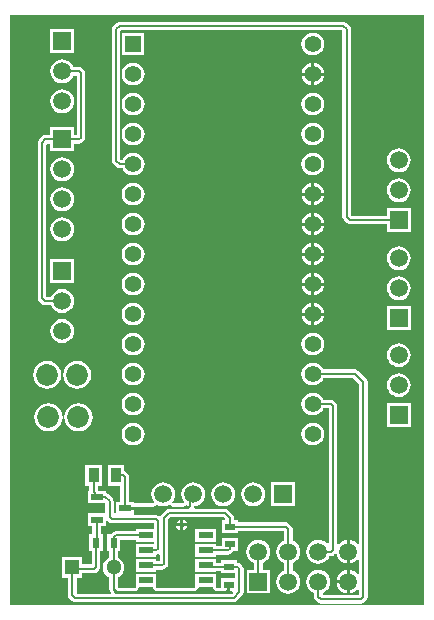
<source format=gbl>
G04 Layer_Physical_Order=2*
G04 Layer_Color=16711680*
%FSLAX44Y44*%
%MOMM*%
G71*
G01*
G75*
%ADD13R,0.6000X0.9000*%
%ADD14R,0.9000X0.6000*%
%ADD15C,0.2000*%
%ADD16C,1.8500*%
%ADD17R,1.2000X1.2000*%
%ADD18C,1.3000*%
%ADD19C,1.4000*%
%ADD20R,1.4000X1.4000*%
%ADD21C,1.5000*%
%ADD22R,1.5000X1.5000*%
%ADD23R,1.5000X1.5000*%
%ADD24C,0.4500*%
%ADD25R,1.1940X0.5590*%
%ADD26R,1.0000X0.5500*%
%ADD27R,0.9000X1.3000*%
G36*
X604000Y754000D02*
Y254000D01*
X254000D01*
X254000Y254000D01*
Y754000D01*
X604000D01*
X604000Y754000D01*
D02*
G37*
%LPC*%
G36*
X358000Y484722D02*
X355510Y484394D01*
X353189Y483433D01*
X351196Y481904D01*
X349667Y479911D01*
X348706Y477590D01*
X348378Y475100D01*
X348706Y472609D01*
X349667Y470289D01*
X351196Y468296D01*
X353189Y466767D01*
X355510Y465806D01*
X358000Y465478D01*
X360490Y465806D01*
X362811Y466767D01*
X364804Y468296D01*
X366333Y470289D01*
X367294Y472609D01*
X367622Y475100D01*
X367294Y477590D01*
X366333Y479911D01*
X364804Y481904D01*
X362811Y483433D01*
X360490Y484394D01*
X358000Y484722D01*
D02*
G37*
G36*
X583000Y475927D02*
X580379Y475582D01*
X577937Y474570D01*
X575839Y472961D01*
X574230Y470863D01*
X573218Y468421D01*
X572873Y465800D01*
X573218Y463179D01*
X574230Y460737D01*
X575839Y458639D01*
X577937Y457030D01*
X580379Y456018D01*
X583000Y455673D01*
X585621Y456018D01*
X588063Y457030D01*
X590161Y458639D01*
X591770Y460737D01*
X592782Y463179D01*
X593127Y465800D01*
X592782Y468421D01*
X591770Y470863D01*
X590161Y472961D01*
X588063Y474570D01*
X585621Y475582D01*
X583000Y475927D01*
D02*
G37*
G36*
X298000Y496327D02*
X295379Y495982D01*
X292937Y494970D01*
X290839Y493361D01*
X289230Y491263D01*
X288218Y488821D01*
X287873Y486200D01*
X288218Y483579D01*
X289230Y481137D01*
X290839Y479039D01*
X292937Y477430D01*
X295379Y476418D01*
X298000Y476073D01*
X300621Y476418D01*
X303063Y477430D01*
X305161Y479039D01*
X306770Y481137D01*
X307782Y483579D01*
X308127Y486200D01*
X307782Y488821D01*
X306770Y491263D01*
X305161Y493361D01*
X303063Y494970D01*
X300621Y495982D01*
X298000Y496327D01*
D02*
G37*
G36*
X510000Y484722D02*
X507510Y484394D01*
X505189Y483433D01*
X503196Y481904D01*
X501667Y479911D01*
X500706Y477590D01*
X500378Y475100D01*
X500706Y472609D01*
X501667Y470289D01*
X503196Y468296D01*
X505189Y466767D01*
X507510Y465806D01*
X510000Y465478D01*
X512490Y465806D01*
X514811Y466767D01*
X516804Y468296D01*
X518333Y470289D01*
X519294Y472609D01*
X519622Y475100D01*
X519294Y477590D01*
X518333Y479911D01*
X516804Y481904D01*
X514811Y483433D01*
X512490Y484394D01*
X510000Y484722D01*
D02*
G37*
G36*
X358000Y459322D02*
X355510Y458994D01*
X353189Y458033D01*
X351196Y456504D01*
X349667Y454511D01*
X348706Y452190D01*
X348378Y449700D01*
X348706Y447210D01*
X349667Y444889D01*
X351196Y442896D01*
X353189Y441367D01*
X355510Y440406D01*
X358000Y440078D01*
X360490Y440406D01*
X362811Y441367D01*
X364804Y442896D01*
X366333Y444889D01*
X367294Y447210D01*
X367622Y449700D01*
X367294Y452190D01*
X366333Y454511D01*
X364804Y456504D01*
X362811Y458033D01*
X360490Y458994D01*
X358000Y459322D01*
D02*
G37*
G36*
X583000Y450527D02*
X580379Y450182D01*
X577937Y449170D01*
X575839Y447561D01*
X574230Y445463D01*
X573218Y443021D01*
X572873Y440400D01*
X573218Y437779D01*
X574230Y435337D01*
X575839Y433239D01*
X577937Y431630D01*
X580379Y430618D01*
X583000Y430273D01*
X585621Y430618D01*
X588063Y431630D01*
X590161Y433239D01*
X591770Y435337D01*
X592782Y437779D01*
X593127Y440400D01*
X592782Y443021D01*
X591770Y445463D01*
X590161Y447561D01*
X588063Y449170D01*
X585621Y450182D01*
X583000Y450527D01*
D02*
G37*
G36*
X358000Y433922D02*
X355510Y433594D01*
X353189Y432633D01*
X351196Y431104D01*
X349667Y429111D01*
X348706Y426790D01*
X348378Y424300D01*
X348706Y421810D01*
X349667Y419489D01*
X351196Y417496D01*
X353189Y415967D01*
X355510Y415005D01*
X358000Y414678D01*
X360490Y415005D01*
X362811Y415967D01*
X364804Y417496D01*
X366333Y419489D01*
X367294Y421810D01*
X367622Y424300D01*
X367294Y426790D01*
X366333Y429111D01*
X364804Y431104D01*
X362811Y432633D01*
X360490Y433594D01*
X358000Y433922D01*
D02*
G37*
G36*
X310700Y460892D02*
X307622Y460486D01*
X304754Y459299D01*
X302291Y457409D01*
X300401Y454946D01*
X299214Y452078D01*
X298808Y449000D01*
X299214Y445922D01*
X300401Y443054D01*
X302291Y440591D01*
X304754Y438702D01*
X307622Y437514D01*
X310700Y437108D01*
X313778Y437514D01*
X316646Y438702D01*
X319109Y440591D01*
X320998Y443054D01*
X322187Y445922D01*
X322592Y449000D01*
X322187Y452078D01*
X320998Y454946D01*
X319109Y457409D01*
X316646Y459299D01*
X313778Y460486D01*
X310700Y460892D01*
D02*
G37*
G36*
X285300D02*
X282222Y460486D01*
X279354Y459299D01*
X276891Y457409D01*
X275002Y454946D01*
X273813Y452078D01*
X273408Y449000D01*
X273813Y445922D01*
X275002Y443054D01*
X276891Y440591D01*
X279354Y438702D01*
X282222Y437514D01*
X285300Y437108D01*
X288378Y437514D01*
X291246Y438702D01*
X293709Y440591D01*
X295599Y443054D01*
X296786Y445922D01*
X297192Y449000D01*
X296786Y452078D01*
X295599Y454946D01*
X293709Y457409D01*
X291246Y459299D01*
X288378Y460486D01*
X285300Y460892D01*
D02*
G37*
G36*
X593040Y507040D02*
X572960D01*
Y486960D01*
X593040D01*
Y507040D01*
D02*
G37*
G36*
X358000Y535522D02*
X355510Y535194D01*
X353189Y534233D01*
X351196Y532704D01*
X349667Y530711D01*
X348706Y528390D01*
X348378Y525900D01*
X348706Y523410D01*
X349667Y521089D01*
X351196Y519096D01*
X353189Y517567D01*
X355510Y516605D01*
X358000Y516278D01*
X360490Y516605D01*
X362811Y517567D01*
X364804Y519096D01*
X366333Y521089D01*
X367294Y523410D01*
X367622Y525900D01*
X367294Y528390D01*
X366333Y530711D01*
X364804Y532704D01*
X362811Y534233D01*
X360490Y535194D01*
X358000Y535522D01*
D02*
G37*
G36*
X583000Y532527D02*
X580379Y532182D01*
X577937Y531170D01*
X575839Y529561D01*
X574230Y527463D01*
X573218Y525021D01*
X572873Y522400D01*
X573218Y519779D01*
X574230Y517337D01*
X575839Y515239D01*
X577937Y513630D01*
X580379Y512618D01*
X583000Y512273D01*
X585621Y512618D01*
X588063Y513630D01*
X590161Y515239D01*
X591770Y517337D01*
X592782Y519779D01*
X593127Y522400D01*
X592782Y525021D01*
X591770Y527463D01*
X590161Y529561D01*
X588063Y531170D01*
X585621Y532182D01*
X583000Y532527D01*
D02*
G37*
G36*
X519455Y524630D02*
X511270D01*
Y516445D01*
X512490Y516605D01*
X514811Y517567D01*
X516804Y519096D01*
X518333Y521089D01*
X519294Y523410D01*
X519455Y524630D01*
D02*
G37*
G36*
X508730D02*
X500545D01*
X500706Y523410D01*
X501667Y521089D01*
X503196Y519096D01*
X505189Y517567D01*
X507510Y516605D01*
X508730Y516445D01*
Y524630D01*
D02*
G37*
G36*
X511270Y509955D02*
Y501770D01*
X519455D01*
X519294Y502990D01*
X518333Y505311D01*
X516804Y507304D01*
X514811Y508833D01*
X512490Y509794D01*
X511270Y509955D01*
D02*
G37*
G36*
X508730Y499230D02*
X500545D01*
X500706Y498009D01*
X501667Y495689D01*
X503196Y493696D01*
X505189Y492167D01*
X507510Y491205D01*
X508730Y491045D01*
Y499230D01*
D02*
G37*
G36*
X358000Y510122D02*
X355510Y509794D01*
X353189Y508833D01*
X351196Y507304D01*
X349667Y505311D01*
X348706Y502990D01*
X348378Y500500D01*
X348706Y498009D01*
X349667Y495689D01*
X351196Y493696D01*
X353189Y492167D01*
X355510Y491205D01*
X358000Y490878D01*
X360490Y491205D01*
X362811Y492167D01*
X364804Y493696D01*
X366333Y495689D01*
X367294Y498009D01*
X367622Y500500D01*
X367294Y502990D01*
X366333Y505311D01*
X364804Y507304D01*
X362811Y508833D01*
X360490Y509794D01*
X358000Y510122D01*
D02*
G37*
G36*
X508730Y509955D02*
X507510Y509794D01*
X505189Y508833D01*
X503196Y507304D01*
X501667Y505311D01*
X500706Y502990D01*
X500545Y501770D01*
X508730D01*
Y509955D01*
D02*
G37*
G36*
X519455Y499230D02*
X511270D01*
Y491045D01*
X512490Y491205D01*
X514811Y492167D01*
X516804Y493696D01*
X518333Y495689D01*
X519294Y498009D01*
X519455Y499230D01*
D02*
G37*
G36*
X593040Y425040D02*
X572960D01*
Y404960D01*
X593040D01*
Y425040D01*
D02*
G37*
G36*
X427780Y318385D02*
X410760D01*
Y307715D01*
X427780D01*
Y318385D01*
D02*
G37*
G36*
X510000Y433922D02*
X507510Y433594D01*
X505189Y432633D01*
X503196Y431104D01*
X501667Y429111D01*
X500706Y426790D01*
X500378Y424300D01*
X500706Y421810D01*
X501667Y419489D01*
X503196Y417496D01*
X505189Y415967D01*
X507510Y415005D01*
X510000Y414678D01*
X512490Y415005D01*
X514811Y415967D01*
X516804Y417496D01*
X518333Y419489D01*
X518831Y420691D01*
X523391D01*
Y306672D01*
X522188Y306264D01*
X521961Y306561D01*
X519863Y308170D01*
X517421Y309182D01*
X514800Y309527D01*
X512179Y309182D01*
X509737Y308170D01*
X507639Y306561D01*
X506030Y304463D01*
X505018Y302021D01*
X504673Y299400D01*
X505018Y296779D01*
X506030Y294337D01*
X507639Y292239D01*
X509737Y290630D01*
X512179Y289618D01*
X514800Y289273D01*
X517421Y289618D01*
X519863Y290630D01*
X521961Y292239D01*
X523570Y294337D01*
X524172Y295791D01*
X525400D01*
X526781Y296065D01*
X527952Y296848D01*
X528992Y297887D01*
X530332Y297432D01*
X530418Y296779D01*
X531430Y294337D01*
X533039Y292239D01*
X535137Y290630D01*
X537579Y289618D01*
X538930Y289441D01*
Y299400D01*
Y309359D01*
X537579Y309182D01*
X535137Y308170D01*
X533039Y306561D01*
X531879Y305049D01*
X530609Y305480D01*
Y423000D01*
X530335Y424381D01*
X529552Y425552D01*
X528252Y426852D01*
X527081Y427635D01*
X525700Y427909D01*
X518831D01*
X518333Y429111D01*
X516804Y431104D01*
X514811Y432633D01*
X512490Y433594D01*
X510000Y433922D01*
D02*
G37*
G36*
X403631Y320730D02*
X400270D01*
Y317369D01*
X400869Y317488D01*
X402453Y318547D01*
X403512Y320131D01*
X403631Y320730D01*
D02*
G37*
G36*
X397730D02*
X394369D01*
X394488Y320131D01*
X395547Y318547D01*
X397131Y317488D01*
X397730Y317369D01*
Y320730D01*
D02*
G37*
G36*
X510000Y459322D02*
X507510Y458994D01*
X505189Y458033D01*
X503196Y456504D01*
X501667Y454511D01*
X500706Y452190D01*
X500378Y449700D01*
X500706Y447210D01*
X501667Y444889D01*
X503196Y442896D01*
X505189Y441367D01*
X507510Y440406D01*
X510000Y440078D01*
X512490Y440406D01*
X514811Y441367D01*
X516804Y442896D01*
X518333Y444889D01*
X518955Y446391D01*
X544505D01*
X549391Y441505D01*
Y306001D01*
X548121Y305570D01*
X547361Y306561D01*
X545263Y308170D01*
X542821Y309182D01*
X541470Y309359D01*
Y299400D01*
Y289441D01*
X542821Y289618D01*
X545263Y290630D01*
X547361Y292239D01*
X548121Y293230D01*
X549391Y292799D01*
Y280601D01*
X548121Y280170D01*
X547361Y281161D01*
X545263Y282770D01*
X542821Y283782D01*
X541470Y283959D01*
Y274000D01*
Y264041D01*
X542821Y264218D01*
X545263Y265230D01*
X547361Y266839D01*
X548121Y267830D01*
X549391Y267399D01*
Y262609D01*
X518495D01*
X518409Y262695D01*
Y264628D01*
X519863Y265230D01*
X521961Y266839D01*
X523570Y268937D01*
X524582Y271379D01*
X524927Y274000D01*
X524582Y276621D01*
X523570Y279063D01*
X521961Y281161D01*
X519863Y282770D01*
X517421Y283782D01*
X514800Y284127D01*
X512179Y283782D01*
X509737Y282770D01*
X507639Y281161D01*
X506030Y279063D01*
X505018Y276621D01*
X504673Y274000D01*
X505018Y271379D01*
X506030Y268937D01*
X507639Y266839D01*
X509737Y265230D01*
X511191Y264628D01*
Y261200D01*
X511465Y259819D01*
X512248Y258648D01*
X514448Y256448D01*
X515619Y255665D01*
X517000Y255391D01*
X551000D01*
X552381Y255665D01*
X553552Y256448D01*
X555552Y258448D01*
X556335Y259619D01*
X556609Y261000D01*
Y443000D01*
X556335Y444381D01*
X555552Y445552D01*
X548552Y452552D01*
X547381Y453335D01*
X546000Y453609D01*
X518707D01*
X518333Y454511D01*
X516804Y456504D01*
X514811Y458033D01*
X512490Y458994D01*
X510000Y459322D01*
D02*
G37*
G36*
X538930Y272730D02*
X530241D01*
X530418Y271379D01*
X531430Y268937D01*
X533039Y266839D01*
X535137Y265230D01*
X537579Y264218D01*
X538930Y264041D01*
Y272730D01*
D02*
G37*
G36*
X464000Y309527D02*
X461379Y309182D01*
X458937Y308170D01*
X456839Y306561D01*
X455230Y304463D01*
X454218Y302021D01*
X453873Y299400D01*
X454218Y296779D01*
X455230Y294337D01*
X456839Y292239D01*
X458937Y290630D01*
X460391Y290028D01*
Y284040D01*
X453960D01*
Y263960D01*
X474040D01*
Y284040D01*
X467609D01*
Y290028D01*
X469063Y290630D01*
X471161Y292239D01*
X472770Y294337D01*
X473782Y296779D01*
X474127Y299400D01*
X473782Y302021D01*
X472770Y304463D01*
X471161Y306561D01*
X469063Y308170D01*
X466621Y309182D01*
X464000Y309527D01*
D02*
G37*
G36*
X447040Y311040D02*
X432960D01*
Y303959D01*
X427780D01*
Y305685D01*
X410760D01*
Y295015D01*
X427780D01*
Y296741D01*
X438350D01*
X439731Y297015D01*
X440902Y297798D01*
X442552Y299448D01*
X442894Y299960D01*
X447040D01*
Y311040D01*
D02*
G37*
G36*
X538930Y283959D02*
X537579Y283782D01*
X535137Y282770D01*
X533039Y281161D01*
X531430Y279063D01*
X530418Y276621D01*
X530241Y275270D01*
X538930D01*
Y283959D01*
D02*
G37*
G36*
X397730Y326631D02*
X397131Y326512D01*
X395547Y325453D01*
X394488Y323869D01*
X394369Y323270D01*
X397730D01*
Y326631D01*
D02*
G37*
G36*
X510000Y408522D02*
X507510Y408194D01*
X505189Y407233D01*
X503196Y405704D01*
X501667Y403711D01*
X500706Y401390D01*
X500378Y398900D01*
X500706Y396409D01*
X501667Y394089D01*
X503196Y392096D01*
X505189Y390567D01*
X507510Y389605D01*
X510000Y389278D01*
X512490Y389605D01*
X514811Y390567D01*
X516804Y392096D01*
X518333Y394089D01*
X519294Y396409D01*
X519622Y398900D01*
X519294Y401390D01*
X518333Y403711D01*
X516804Y405704D01*
X514811Y407233D01*
X512490Y408194D01*
X510000Y408522D01*
D02*
G37*
G36*
X358000D02*
X355510Y408194D01*
X353189Y407233D01*
X351196Y405704D01*
X349667Y403711D01*
X348706Y401390D01*
X348378Y398900D01*
X348706Y396409D01*
X349667Y394089D01*
X351196Y392096D01*
X353189Y390567D01*
X355510Y389605D01*
X358000Y389278D01*
X360490Y389605D01*
X362811Y390567D01*
X364804Y392096D01*
X366333Y394089D01*
X367294Y396409D01*
X367622Y398900D01*
X367294Y401390D01*
X366333Y403711D01*
X364804Y405704D01*
X362811Y407233D01*
X360490Y408194D01*
X358000Y408522D01*
D02*
G37*
G36*
X311700Y424892D02*
X308622Y424487D01*
X305754Y423298D01*
X303291Y421409D01*
X301402Y418946D01*
X300214Y416078D01*
X299808Y413000D01*
X300214Y409922D01*
X301402Y407054D01*
X303291Y404591D01*
X305754Y402701D01*
X308622Y401513D01*
X311700Y401108D01*
X314778Y401513D01*
X317646Y402701D01*
X320109Y404591D01*
X321998Y407054D01*
X323186Y409922D01*
X323592Y413000D01*
X323186Y416078D01*
X321998Y418946D01*
X320109Y421409D01*
X317646Y423298D01*
X314778Y424487D01*
X311700Y424892D01*
D02*
G37*
G36*
X286300D02*
X283222Y424487D01*
X280354Y423298D01*
X277891Y421409D01*
X276001Y418946D01*
X274813Y416078D01*
X274408Y413000D01*
X274813Y409922D01*
X276001Y407054D01*
X277891Y404591D01*
X280354Y402701D01*
X283222Y401513D01*
X286300Y401108D01*
X289378Y401513D01*
X292246Y402701D01*
X294709Y404591D01*
X296598Y407054D01*
X297787Y409922D01*
X298192Y413000D01*
X297787Y416078D01*
X296598Y418946D01*
X294709Y421409D01*
X292246Y423298D01*
X289378Y424487D01*
X286300Y424892D01*
D02*
G37*
G36*
X495040Y358040D02*
X474960D01*
Y337960D01*
X495040D01*
Y358040D01*
D02*
G37*
G36*
X350540Y373040D02*
X336460D01*
Y354960D01*
X347241D01*
Y341290D01*
X343310D01*
Y331955D01*
X342040Y331343D01*
X341609Y331686D01*
Y342000D01*
X341335Y343381D01*
X340552Y344552D01*
X337052Y348052D01*
X335881Y348835D01*
X334690Y349072D01*
Y350790D01*
X328314D01*
X328109Y350995D01*
Y354960D01*
X331540D01*
Y373040D01*
X317460D01*
Y354960D01*
X320891D01*
Y350790D01*
X319610D01*
Y340210D01*
X334391D01*
Y331790D01*
X319610D01*
Y321210D01*
X323541D01*
Y314040D01*
X320960D01*
Y299960D01*
X322891D01*
Y288609D01*
X315040D01*
Y294540D01*
X297960D01*
Y277460D01*
X302891D01*
Y262500D01*
X303165Y261119D01*
X303948Y259948D01*
X306448Y257448D01*
X307619Y256665D01*
X309000Y256391D01*
X443000D01*
X444381Y256665D01*
X445552Y257448D01*
X450552Y262448D01*
X451335Y263619D01*
X451609Y265000D01*
Y285000D01*
X451335Y286381D01*
X450552Y287552D01*
X449052Y289052D01*
X447881Y289835D01*
X446500Y290109D01*
X446040D01*
Y292040D01*
X431960D01*
Y290109D01*
X427780D01*
Y292985D01*
X410760D01*
Y282315D01*
X427780D01*
Y282891D01*
X431960D01*
Y280960D01*
X444391D01*
Y277040D01*
X431960D01*
Y268609D01*
X428673D01*
X428644Y268615D01*
X428421D01*
X428302Y268803D01*
X428282Y268825D01*
X427798Y269586D01*
X427786Y269617D01*
X427780Y269650D01*
Y280285D01*
X410760D01*
Y269650D01*
X410754Y269617D01*
X410742Y269586D01*
X410258Y268825D01*
X410238Y268803D01*
X410119Y268615D01*
X409896D01*
X409867Y268609D01*
X378133D01*
X378104Y268615D01*
X377881D01*
X377762Y268803D01*
X377742Y268825D01*
X377258Y269586D01*
X377246Y269617D01*
X377240Y269650D01*
Y280285D01*
X360220D01*
Y269650D01*
X360214Y269617D01*
X360201Y269586D01*
X359719Y268825D01*
X359698Y268803D01*
X359579Y268615D01*
X359356D01*
X359327Y268609D01*
X345750D01*
X345514Y268656D01*
X345315Y268790D01*
X345290Y268815D01*
X345156Y269014D01*
X345109Y269250D01*
Y277710D01*
X346059Y278104D01*
X347947Y279553D01*
X349396Y281441D01*
X350307Y283640D01*
X350618Y286000D01*
X350307Y288360D01*
X349396Y290559D01*
X347947Y292447D01*
X346059Y293896D01*
X345109Y294290D01*
Y299960D01*
X347040D01*
Y309441D01*
X360220D01*
Y307715D01*
X375391D01*
Y305685D01*
X360220D01*
Y295015D01*
X377240D01*
Y296741D01*
X377350D01*
X378731Y297015D01*
X379121Y297276D01*
X380391Y296597D01*
Y291259D01*
X377240D01*
Y292985D01*
X360220D01*
Y282315D01*
X377240D01*
Y284041D01*
X382650D01*
X384031Y284315D01*
X385202Y285098D01*
X386552Y286448D01*
X387335Y287619D01*
X387609Y289000D01*
Y326505D01*
X389495Y328391D01*
X434505D01*
X435586Y327310D01*
X435060Y326040D01*
X432960D01*
Y314960D01*
X447040D01*
Y316891D01*
X485791D01*
Y308772D01*
X484337Y308170D01*
X482239Y306561D01*
X480630Y304463D01*
X479618Y302021D01*
X479273Y299400D01*
X479618Y296779D01*
X480630Y294337D01*
X482239Y292239D01*
X484337Y290630D01*
X485791Y290028D01*
Y283372D01*
X484337Y282770D01*
X482239Y281161D01*
X480630Y279063D01*
X479618Y276621D01*
X479273Y274000D01*
X479618Y271379D01*
X480630Y268937D01*
X482239Y266839D01*
X484337Y265230D01*
X486779Y264218D01*
X489400Y263873D01*
X492021Y264218D01*
X494463Y265230D01*
X496561Y266839D01*
X498170Y268937D01*
X499182Y271379D01*
X499527Y274000D01*
X499182Y276621D01*
X498170Y279063D01*
X496561Y281161D01*
X494463Y282770D01*
X493009Y283372D01*
Y290028D01*
X494463Y290630D01*
X496561Y292239D01*
X498170Y294337D01*
X499182Y296779D01*
X499527Y299400D01*
X499182Y302021D01*
X498170Y304463D01*
X496561Y306561D01*
X494463Y308170D01*
X493009Y308772D01*
Y318600D01*
X492735Y319981D01*
X491952Y321152D01*
X490052Y323052D01*
X488881Y323835D01*
X487500Y324109D01*
X447040D01*
Y326040D01*
X443609D01*
Y328000D01*
X443335Y329381D01*
X442552Y330552D01*
X438552Y334552D01*
X437381Y335335D01*
X436000Y335609D01*
X410071D01*
X409422Y336814D01*
X409854Y338012D01*
X411421Y338218D01*
X413863Y339230D01*
X415961Y340839D01*
X417570Y342937D01*
X418582Y345379D01*
X418927Y348000D01*
X418582Y350621D01*
X417570Y353063D01*
X415961Y355161D01*
X413863Y356770D01*
X411421Y357782D01*
X408800Y358127D01*
X406179Y357782D01*
X403737Y356770D01*
X401639Y355161D01*
X400030Y353063D01*
X399018Y350621D01*
X398673Y348000D01*
X399018Y345379D01*
X400030Y342937D01*
X400753Y341994D01*
X400891Y341313D01*
X400858Y341223D01*
X400712Y340936D01*
X400006Y340149D01*
X391887D01*
X391723Y340182D01*
X391644D01*
X391585Y340234D01*
X391146Y340852D01*
X391057Y341487D01*
X392170Y342937D01*
X393182Y345379D01*
X393527Y348000D01*
X393182Y350621D01*
X392170Y353063D01*
X390561Y355161D01*
X388463Y356770D01*
X386021Y357782D01*
X383400Y358127D01*
X380779Y357782D01*
X378337Y356770D01*
X376239Y355161D01*
X374630Y353063D01*
X373618Y350621D01*
X373273Y348000D01*
X373618Y345379D01*
X374630Y342937D01*
X375742Y341488D01*
X375653Y340851D01*
X375215Y340234D01*
X375156Y340182D01*
X375077D01*
X374913Y340149D01*
X358390D01*
Y341290D01*
X354459D01*
Y362150D01*
X354185Y363531D01*
X353402Y364702D01*
X351552Y366552D01*
X350540Y367229D01*
Y373040D01*
D02*
G37*
G36*
X400270Y326631D02*
Y323270D01*
X403631D01*
X403512Y323869D01*
X402453Y325453D01*
X400869Y326512D01*
X400270Y326631D01*
D02*
G37*
G36*
X459600Y358127D02*
X456979Y357782D01*
X454537Y356770D01*
X452439Y355161D01*
X450830Y353063D01*
X449818Y350621D01*
X449473Y348000D01*
X449818Y345379D01*
X450830Y342937D01*
X452439Y340839D01*
X454537Y339230D01*
X456979Y338218D01*
X459600Y337873D01*
X462221Y338218D01*
X464663Y339230D01*
X466761Y340839D01*
X468370Y342937D01*
X469382Y345379D01*
X469727Y348000D01*
X469382Y350621D01*
X468370Y353063D01*
X466761Y355161D01*
X464663Y356770D01*
X462221Y357782D01*
X459600Y358127D01*
D02*
G37*
G36*
X434200D02*
X431579Y357782D01*
X429137Y356770D01*
X427039Y355161D01*
X425430Y353063D01*
X424418Y350621D01*
X424073Y348000D01*
X424418Y345379D01*
X425430Y342937D01*
X427039Y340839D01*
X429137Y339230D01*
X431579Y338218D01*
X434200Y337873D01*
X436821Y338218D01*
X439263Y339230D01*
X441361Y340839D01*
X442970Y342937D01*
X443982Y345379D01*
X444327Y348000D01*
X443982Y350621D01*
X442970Y353063D01*
X441361Y355161D01*
X439263Y356770D01*
X436821Y357782D01*
X434200Y358127D01*
D02*
G37*
G36*
X358000Y662522D02*
X355510Y662194D01*
X353189Y661233D01*
X351196Y659704D01*
X349667Y657711D01*
X348706Y655390D01*
X348378Y652900D01*
X348706Y650409D01*
X349667Y648089D01*
X351196Y646096D01*
X353189Y644567D01*
X355510Y643605D01*
X358000Y643278D01*
X360490Y643605D01*
X362811Y644567D01*
X364804Y646096D01*
X366333Y648089D01*
X367294Y650409D01*
X367622Y652900D01*
X367294Y655390D01*
X366333Y657711D01*
X364804Y659704D01*
X362811Y661233D01*
X360490Y662194D01*
X358000Y662522D01*
D02*
G37*
G36*
X583000Y640927D02*
X580379Y640582D01*
X577937Y639570D01*
X575839Y637961D01*
X574230Y635863D01*
X573218Y633421D01*
X572873Y630800D01*
X573218Y628179D01*
X574230Y625737D01*
X575839Y623639D01*
X577937Y622030D01*
X580379Y621018D01*
X583000Y620673D01*
X585621Y621018D01*
X588063Y622030D01*
X590161Y623639D01*
X591770Y625737D01*
X592782Y628179D01*
X593127Y630800D01*
X592782Y633421D01*
X591770Y635863D01*
X590161Y637961D01*
X588063Y639570D01*
X585621Y640582D01*
X583000Y640927D01*
D02*
G37*
G36*
X510000Y662522D02*
X507510Y662194D01*
X505189Y661233D01*
X503196Y659704D01*
X501667Y657711D01*
X500706Y655390D01*
X500378Y652900D01*
X500706Y650409D01*
X501667Y648089D01*
X503196Y646096D01*
X505189Y644567D01*
X507510Y643605D01*
X510000Y643278D01*
X512490Y643605D01*
X514811Y644567D01*
X516804Y646096D01*
X518333Y648089D01*
X519294Y650409D01*
X519622Y652900D01*
X519294Y655390D01*
X518333Y657711D01*
X516804Y659704D01*
X514811Y661233D01*
X512490Y662194D01*
X510000Y662522D01*
D02*
G37*
G36*
X358000Y687922D02*
X355510Y687594D01*
X353189Y686633D01*
X351196Y685104D01*
X349667Y683111D01*
X348706Y680790D01*
X348378Y678300D01*
X348706Y675809D01*
X349667Y673489D01*
X351196Y671496D01*
X353189Y669967D01*
X355510Y669006D01*
X358000Y668678D01*
X360490Y669006D01*
X362811Y669967D01*
X364804Y671496D01*
X366333Y673489D01*
X367294Y675809D01*
X367622Y678300D01*
X367294Y680790D01*
X366333Y683111D01*
X364804Y685104D01*
X362811Y686633D01*
X360490Y687594D01*
X358000Y687922D01*
D02*
G37*
G36*
X298000Y716227D02*
X295379Y715882D01*
X292937Y714870D01*
X290839Y713261D01*
X289230Y711163D01*
X288218Y708721D01*
X287873Y706100D01*
X288218Y703479D01*
X289230Y701037D01*
X290839Y698939D01*
X292937Y697330D01*
X295379Y696318D01*
X298000Y695973D01*
X300621Y696318D01*
X303063Y697330D01*
X305161Y698939D01*
X306770Y701037D01*
X307372Y702491D01*
X310141D01*
Y652109D01*
X308040D01*
Y658540D01*
X287960D01*
Y652109D01*
X283750D01*
X282369Y651835D01*
X281198Y651052D01*
X278198Y648052D01*
X277415Y646881D01*
X277141Y645500D01*
Y514000D01*
X277415Y512619D01*
X278198Y511448D01*
X280598Y509048D01*
X281769Y508265D01*
X283150Y507991D01*
X288628D01*
X289230Y506537D01*
X290839Y504439D01*
X292937Y502830D01*
X295379Y501818D01*
X298000Y501473D01*
X300621Y501818D01*
X303063Y502830D01*
X305161Y504439D01*
X306770Y506537D01*
X307782Y508979D01*
X308127Y511600D01*
X307782Y514221D01*
X306770Y516663D01*
X305161Y518761D01*
X303063Y520370D01*
X300621Y521382D01*
X298000Y521727D01*
X295379Y521382D01*
X292937Y520370D01*
X290839Y518761D01*
X289230Y516663D01*
X288628Y515209D01*
X284645D01*
X284359Y515495D01*
Y644005D01*
X285245Y644891D01*
X287960D01*
Y638460D01*
X308040D01*
Y644891D01*
X312250D01*
X313631Y645165D01*
X314802Y645948D01*
X316302Y647448D01*
X317085Y648619D01*
X317359Y650000D01*
Y704250D01*
X317085Y705631D01*
X316302Y706802D01*
X314452Y708652D01*
X313281Y709435D01*
X311900Y709709D01*
X307372D01*
X306770Y711163D01*
X305161Y713261D01*
X303063Y714870D01*
X300621Y715882D01*
X298000Y716227D01*
D02*
G37*
G36*
X508730Y611555D02*
X507510Y611394D01*
X505189Y610433D01*
X503196Y608904D01*
X501667Y606911D01*
X500706Y604590D01*
X500545Y603370D01*
X508730D01*
Y611555D01*
D02*
G37*
G36*
X583000Y615527D02*
X580379Y615182D01*
X577937Y614170D01*
X575839Y612561D01*
X574230Y610463D01*
X573218Y608021D01*
X572873Y605400D01*
X573218Y602779D01*
X574230Y600337D01*
X575839Y598239D01*
X577937Y596630D01*
X580379Y595618D01*
X583000Y595273D01*
X585621Y595618D01*
X588063Y596630D01*
X590161Y598239D01*
X591770Y600337D01*
X592782Y602779D01*
X593127Y605400D01*
X592782Y608021D01*
X591770Y610463D01*
X590161Y612561D01*
X588063Y614170D01*
X585621Y615182D01*
X583000Y615527D01*
D02*
G37*
G36*
X511270Y611555D02*
Y603370D01*
X519455D01*
X519294Y604590D01*
X518333Y606911D01*
X516804Y608904D01*
X514811Y610433D01*
X512490Y611394D01*
X511270Y611555D01*
D02*
G37*
G36*
X510000Y637122D02*
X507510Y636794D01*
X505189Y635833D01*
X503196Y634304D01*
X501667Y632311D01*
X500706Y629990D01*
X500378Y627500D01*
X500706Y625009D01*
X501667Y622689D01*
X503196Y620696D01*
X505189Y619167D01*
X507510Y618205D01*
X510000Y617878D01*
X512490Y618205D01*
X514811Y619167D01*
X516804Y620696D01*
X518333Y622689D01*
X519294Y625009D01*
X519622Y627500D01*
X519294Y629990D01*
X518333Y632311D01*
X516804Y634304D01*
X514811Y635833D01*
X512490Y636794D01*
X510000Y637122D01*
D02*
G37*
G36*
X298000Y633227D02*
X295379Y632882D01*
X292937Y631870D01*
X290839Y630261D01*
X289230Y628163D01*
X288218Y625721D01*
X287873Y623100D01*
X288218Y620479D01*
X289230Y618037D01*
X290839Y615939D01*
X292937Y614330D01*
X295379Y613318D01*
X298000Y612973D01*
X300621Y613318D01*
X303063Y614330D01*
X305161Y615939D01*
X306770Y618037D01*
X307782Y620479D01*
X308127Y623100D01*
X307782Y625721D01*
X306770Y628163D01*
X305161Y630261D01*
X303063Y631870D01*
X300621Y632882D01*
X298000Y633227D01*
D02*
G37*
G36*
X511270Y713155D02*
Y704970D01*
X519455D01*
X519294Y706190D01*
X518333Y708511D01*
X516804Y710504D01*
X514811Y712033D01*
X512490Y712994D01*
X511270Y713155D01*
D02*
G37*
G36*
X508730D02*
X507510Y712994D01*
X505189Y712033D01*
X503196Y710504D01*
X501667Y708511D01*
X500706Y706190D01*
X500545Y704970D01*
X508730D01*
Y713155D01*
D02*
G37*
G36*
X510000Y738722D02*
X507510Y738394D01*
X505189Y737433D01*
X503196Y735904D01*
X501667Y733911D01*
X500706Y731590D01*
X500378Y729100D01*
X500706Y726609D01*
X501667Y724289D01*
X503196Y722296D01*
X505189Y720767D01*
X507510Y719806D01*
X510000Y719478D01*
X512490Y719806D01*
X514811Y720767D01*
X516804Y722296D01*
X518333Y724289D01*
X519294Y726609D01*
X519622Y729100D01*
X519294Y731590D01*
X518333Y733911D01*
X516804Y735904D01*
X514811Y737433D01*
X512490Y738394D01*
X510000Y738722D01*
D02*
G37*
G36*
X308040Y741540D02*
X287960D01*
Y721460D01*
X308040D01*
Y741540D01*
D02*
G37*
G36*
X367540Y738640D02*
X348460D01*
Y719560D01*
X367540D01*
Y738640D01*
D02*
G37*
G36*
X298000Y690827D02*
X295379Y690482D01*
X292937Y689470D01*
X290839Y687861D01*
X289230Y685763D01*
X288218Y683321D01*
X287873Y680700D01*
X288218Y678079D01*
X289230Y675637D01*
X290839Y673539D01*
X292937Y671930D01*
X295379Y670918D01*
X298000Y670573D01*
X300621Y670918D01*
X303063Y671930D01*
X305161Y673539D01*
X306770Y675637D01*
X307782Y678079D01*
X308127Y680700D01*
X307782Y683321D01*
X306770Y685763D01*
X305161Y687861D01*
X303063Y689470D01*
X300621Y690482D01*
X298000Y690827D01*
D02*
G37*
G36*
X510000Y687922D02*
X507510Y687594D01*
X505189Y686633D01*
X503196Y685104D01*
X501667Y683111D01*
X500706Y680790D01*
X500378Y678300D01*
X500706Y675809D01*
X501667Y673489D01*
X503196Y671496D01*
X505189Y669967D01*
X507510Y669006D01*
X510000Y668678D01*
X512490Y669006D01*
X514811Y669967D01*
X516804Y671496D01*
X518333Y673489D01*
X519294Y675809D01*
X519622Y678300D01*
X519294Y680790D01*
X518333Y683111D01*
X516804Y685104D01*
X514811Y686633D01*
X512490Y687594D01*
X510000Y687922D01*
D02*
G37*
G36*
X358000Y713322D02*
X355510Y712994D01*
X353189Y712033D01*
X351196Y710504D01*
X349667Y708511D01*
X348706Y706190D01*
X348378Y703700D01*
X348706Y701209D01*
X349667Y698889D01*
X351196Y696896D01*
X353189Y695367D01*
X355510Y694406D01*
X358000Y694078D01*
X360490Y694406D01*
X362811Y695367D01*
X364804Y696896D01*
X366333Y698889D01*
X367294Y701209D01*
X367622Y703700D01*
X367294Y706190D01*
X366333Y708511D01*
X364804Y710504D01*
X362811Y712033D01*
X360490Y712994D01*
X358000Y713322D01*
D02*
G37*
G36*
X519455Y702430D02*
X511270D01*
Y694245D01*
X512490Y694406D01*
X514811Y695367D01*
X516804Y696896D01*
X518333Y698889D01*
X519294Y701209D01*
X519455Y702430D01*
D02*
G37*
G36*
X508730D02*
X500545D01*
X500706Y701209D01*
X501667Y698889D01*
X503196Y696896D01*
X505189Y695367D01*
X507510Y694406D01*
X508730Y694245D01*
Y702430D01*
D02*
G37*
G36*
X519455Y550030D02*
X511270D01*
Y541845D01*
X512490Y542006D01*
X514811Y542967D01*
X516804Y544496D01*
X518333Y546489D01*
X519294Y548810D01*
X519455Y550030D01*
D02*
G37*
G36*
X508730D02*
X500545D01*
X500706Y548810D01*
X501667Y546489D01*
X503196Y544496D01*
X505189Y542967D01*
X507510Y542006D01*
X508730Y541845D01*
Y550030D01*
D02*
G37*
G36*
Y560755D02*
X507510Y560594D01*
X505189Y559633D01*
X503196Y558104D01*
X501667Y556111D01*
X500706Y553790D01*
X500545Y552570D01*
X508730D01*
Y560755D01*
D02*
G37*
G36*
X298000Y582427D02*
X295379Y582082D01*
X292937Y581070D01*
X290839Y579461D01*
X289230Y577363D01*
X288218Y574921D01*
X287873Y572300D01*
X288218Y569679D01*
X289230Y567237D01*
X290839Y565139D01*
X292937Y563530D01*
X295379Y562518D01*
X298000Y562173D01*
X300621Y562518D01*
X303063Y563530D01*
X305161Y565139D01*
X306770Y567237D01*
X307782Y569679D01*
X308127Y572300D01*
X307782Y574921D01*
X306770Y577363D01*
X305161Y579461D01*
X303063Y581070D01*
X300621Y582082D01*
X298000Y582427D01*
D02*
G37*
G36*
X511270Y560755D02*
Y552570D01*
X519455D01*
X519294Y553790D01*
X518333Y556111D01*
X516804Y558104D01*
X514811Y559633D01*
X512490Y560594D01*
X511270Y560755D01*
D02*
G37*
G36*
X508730Y535355D02*
X507510Y535194D01*
X505189Y534233D01*
X503196Y532704D01*
X501667Y530711D01*
X500706Y528390D01*
X500545Y527170D01*
X508730D01*
Y535355D01*
D02*
G37*
G36*
X308040Y547040D02*
X287960D01*
Y526960D01*
X308040D01*
Y547040D01*
D02*
G37*
G36*
X511270Y535355D02*
Y527170D01*
X519455D01*
X519294Y528390D01*
X518333Y530711D01*
X516804Y532704D01*
X514811Y534233D01*
X512490Y535194D01*
X511270Y535355D01*
D02*
G37*
G36*
X358000Y560922D02*
X355510Y560594D01*
X353189Y559633D01*
X351196Y558104D01*
X349667Y556111D01*
X348706Y553790D01*
X348378Y551300D01*
X348706Y548810D01*
X349667Y546489D01*
X351196Y544496D01*
X353189Y542967D01*
X355510Y542006D01*
X358000Y541678D01*
X360490Y542006D01*
X362811Y542967D01*
X364804Y544496D01*
X366333Y546489D01*
X367294Y548810D01*
X367622Y551300D01*
X367294Y553790D01*
X366333Y556111D01*
X364804Y558104D01*
X362811Y559633D01*
X360490Y560594D01*
X358000Y560922D01*
D02*
G37*
G36*
X583000Y557927D02*
X580379Y557582D01*
X577937Y556570D01*
X575839Y554961D01*
X574230Y552863D01*
X573218Y550421D01*
X572873Y547800D01*
X573218Y545179D01*
X574230Y542737D01*
X575839Y540639D01*
X577937Y539030D01*
X580379Y538018D01*
X583000Y537673D01*
X585621Y538018D01*
X588063Y539030D01*
X590161Y540639D01*
X591770Y542737D01*
X592782Y545179D01*
X593127Y547800D01*
X592782Y550421D01*
X591770Y552863D01*
X590161Y554961D01*
X588063Y556570D01*
X585621Y557582D01*
X583000Y557927D01*
D02*
G37*
G36*
X358000Y586322D02*
X355510Y585994D01*
X353189Y585033D01*
X351196Y583504D01*
X349667Y581511D01*
X348706Y579190D01*
X348378Y576700D01*
X348706Y574210D01*
X349667Y571889D01*
X351196Y569896D01*
X353189Y568367D01*
X355510Y567406D01*
X358000Y567078D01*
X360490Y567406D01*
X362811Y568367D01*
X364804Y569896D01*
X366333Y571889D01*
X367294Y574210D01*
X367622Y576700D01*
X367294Y579190D01*
X366333Y581511D01*
X364804Y583504D01*
X362811Y585033D01*
X360490Y585994D01*
X358000Y586322D01*
D02*
G37*
G36*
X298000Y607827D02*
X295379Y607482D01*
X292937Y606470D01*
X290839Y604861D01*
X289230Y602763D01*
X288218Y600321D01*
X287873Y597700D01*
X288218Y595079D01*
X289230Y592637D01*
X290839Y590539D01*
X292937Y588930D01*
X295379Y587918D01*
X298000Y587573D01*
X300621Y587918D01*
X303063Y588930D01*
X305161Y590539D01*
X306770Y592637D01*
X307782Y595079D01*
X308127Y597700D01*
X307782Y600321D01*
X306770Y602763D01*
X305161Y604861D01*
X303063Y606470D01*
X300621Y607482D01*
X298000Y607827D01*
D02*
G37*
G36*
X511270Y586155D02*
Y577970D01*
X519455D01*
X519294Y579190D01*
X518333Y581511D01*
X516804Y583504D01*
X514811Y585033D01*
X512490Y585994D01*
X511270Y586155D01*
D02*
G37*
G36*
X358000Y611722D02*
X355510Y611394D01*
X353189Y610433D01*
X351196Y608904D01*
X349667Y606911D01*
X348706Y604590D01*
X348378Y602100D01*
X348706Y599609D01*
X349667Y597289D01*
X351196Y595296D01*
X353189Y593767D01*
X355510Y592805D01*
X358000Y592478D01*
X360490Y592805D01*
X362811Y593767D01*
X364804Y595296D01*
X366333Y597289D01*
X367294Y599609D01*
X367622Y602100D01*
X367294Y604590D01*
X366333Y606911D01*
X364804Y608904D01*
X362811Y610433D01*
X360490Y611394D01*
X358000Y611722D01*
D02*
G37*
G36*
X519455Y600830D02*
X511270D01*
Y592645D01*
X512490Y592805D01*
X514811Y593767D01*
X516804Y595296D01*
X518333Y597289D01*
X519294Y599609D01*
X519455Y600830D01*
D02*
G37*
G36*
X508730D02*
X500545D01*
X500706Y599609D01*
X501667Y597289D01*
X503196Y595296D01*
X505189Y593767D01*
X507510Y592805D01*
X508730Y592645D01*
Y600830D01*
D02*
G37*
G36*
X519455Y575430D02*
X511270D01*
Y567245D01*
X512490Y567406D01*
X514811Y568367D01*
X516804Y569896D01*
X518333Y571889D01*
X519294Y574210D01*
X519455Y575430D01*
D02*
G37*
G36*
X508730D02*
X500545D01*
X500706Y574210D01*
X501667Y571889D01*
X503196Y569896D01*
X505189Y568367D01*
X507510Y567406D01*
X508730Y567245D01*
Y575430D01*
D02*
G37*
G36*
X536000Y748109D02*
X346500D01*
X345119Y747835D01*
X343948Y747052D01*
X340948Y744052D01*
X340165Y742881D01*
X339891Y741500D01*
Y630500D01*
X340165Y629119D01*
X340948Y627948D01*
X343948Y624948D01*
X345119Y624165D01*
X346500Y623891D01*
X349169D01*
X349667Y622689D01*
X351196Y620696D01*
X353189Y619167D01*
X355510Y618205D01*
X358000Y617878D01*
X360490Y618205D01*
X362811Y619167D01*
X364804Y620696D01*
X366333Y622689D01*
X367294Y625009D01*
X367622Y627500D01*
X367294Y629990D01*
X366333Y632311D01*
X364804Y634304D01*
X362811Y635833D01*
X360490Y636794D01*
X358000Y637122D01*
X355510Y636794D01*
X353189Y635833D01*
X351196Y634304D01*
X349667Y632311D01*
X349169Y631109D01*
X347995D01*
X347109Y631995D01*
Y740005D01*
X347995Y740891D01*
X534505D01*
X535141Y740255D01*
Y583000D01*
X535415Y581619D01*
X536198Y580448D01*
X539198Y577448D01*
X540369Y576665D01*
X541750Y576391D01*
X572960D01*
Y569960D01*
X593040D01*
Y590040D01*
X572960D01*
Y583609D01*
X543245D01*
X542359Y584495D01*
Y741750D01*
X542085Y743131D01*
X541302Y744302D01*
X538552Y747052D01*
X537381Y747835D01*
X536000Y748109D01*
D02*
G37*
G36*
X508730Y586155D02*
X507510Y585994D01*
X505189Y585033D01*
X503196Y583504D01*
X501667Y581511D01*
X500706Y579190D01*
X500545Y577970D01*
X508730D01*
Y586155D01*
D02*
G37*
%LPD*%
G36*
X337448Y324448D02*
X338619Y323665D01*
X340000Y323391D01*
X375391D01*
Y318385D01*
X360220D01*
Y316659D01*
X343050D01*
X341669Y316385D01*
X340498Y315602D01*
X338948Y314052D01*
X338940Y314040D01*
X335960D01*
Y299960D01*
X337891D01*
Y294290D01*
X336941Y293896D01*
X335053Y292447D01*
X333604Y290559D01*
X332693Y288360D01*
X332382Y286000D01*
X332693Y283640D01*
X333604Y281441D01*
X335053Y279553D01*
X336941Y278104D01*
X337891Y277710D01*
Y267500D01*
X338165Y266119D01*
X338948Y264948D01*
X338956Y264928D01*
X338988Y264879D01*
X338910Y264556D01*
X338310Y263759D01*
X338065Y263609D01*
X310495D01*
X310109Y263995D01*
Y277460D01*
X315040D01*
Y281391D01*
X325000D01*
X326381Y281665D01*
X327552Y282448D01*
X329052Y283948D01*
X329835Y285119D01*
X330109Y286500D01*
Y299960D01*
X332040D01*
Y314040D01*
X330759D01*
Y321210D01*
X334690D01*
Y325410D01*
X335960Y325936D01*
X337448Y324448D01*
D02*
G37*
G36*
X440270Y265960D02*
X442060D01*
X442586Y264690D01*
X441505Y263609D01*
X342764D01*
X342205Y264028D01*
X341703Y264783D01*
X341506Y265774D01*
X341109Y266367D01*
X341101Y266387D01*
X340605Y267129D01*
X340500Y267657D01*
Y269500D01*
X340750Y269750D01*
X342520D01*
Y268995D01*
X342717Y268004D01*
X343278Y267164D01*
X343664Y266778D01*
X344504Y266217D01*
X345495Y266020D01*
X359582D01*
X359862Y266075D01*
X360147Y266082D01*
X360353Y266173D01*
X360573Y266217D01*
X360810Y266375D01*
X361071Y266491D01*
X361226Y266653D01*
X361413Y266778D01*
X361572Y267015D01*
X361768Y267222D01*
X362407Y268227D01*
X362488Y268437D01*
X362612Y268624D01*
X362668Y268904D01*
X362771Y269170D01*
X363951Y269615D01*
X373509D01*
X374689Y269170D01*
X374792Y268904D01*
X374847Y268624D01*
X374972Y268437D01*
X375053Y268228D01*
X375691Y267222D01*
X375888Y267015D01*
X376047Y266778D01*
X376234Y266653D01*
X376389Y266491D01*
X376650Y266375D01*
X376887Y266217D01*
X377108Y266173D01*
X377313Y266082D01*
X377598Y266075D01*
X377878Y266020D01*
X410122D01*
X410402Y266075D01*
X410687Y266082D01*
X410892Y266173D01*
X411113Y266217D01*
X411350Y266375D01*
X411611Y266491D01*
X411766Y266653D01*
X411953Y266778D01*
X412112Y267015D01*
X412309Y267222D01*
X412947Y268227D01*
X413028Y268437D01*
X413153Y268624D01*
X413208Y268904D01*
X413311Y269170D01*
X414491Y269615D01*
X424049D01*
X425229Y269170D01*
X425332Y268904D01*
X425387Y268624D01*
X425512Y268437D01*
X425593Y268228D01*
X426231Y267222D01*
X426428Y267015D01*
X426587Y266778D01*
X426774Y266653D01*
X426929Y266491D01*
X427190Y266375D01*
X427427Y266217D01*
X427648Y266173D01*
X427853Y266082D01*
X428138Y266075D01*
X428418Y266020D01*
X431960D01*
Y265960D01*
X437730D01*
Y271500D01*
X440270D01*
Y265960D01*
D02*
G37*
G36*
X380779Y338218D02*
X383400Y337873D01*
X386021Y338218D01*
X388463Y339230D01*
X388898Y339114D01*
X389633Y338569D01*
X389801Y338318D01*
X389872Y338270D01*
X389924Y338202D01*
X390290Y337991D01*
X390641Y337757D01*
X390725Y337740D01*
X390799Y337697D01*
X391218Y337642D01*
X391632Y337560D01*
X400568D01*
X400982Y337642D01*
X401400Y337697D01*
X401475Y337740D01*
X401559Y337757D01*
X401910Y337991D01*
X402276Y338202D01*
X402328Y338270D01*
X402399Y338318D01*
X402567Y338569D01*
X402980Y338876D01*
X403840Y338563D01*
X404250Y338145D01*
Y335609D01*
X388000D01*
X386619Y335335D01*
X385448Y334552D01*
X381448Y330552D01*
X381007Y329893D01*
X379685Y329583D01*
X379425Y329637D01*
X378381Y330335D01*
X377000Y330609D01*
X359618D01*
X358390Y330710D01*
Y334730D01*
X350850D01*
Y337270D01*
X358390D01*
Y337560D01*
X375168D01*
X375582Y337642D01*
X376001Y337697D01*
X376075Y337740D01*
X376159Y337757D01*
X376510Y337991D01*
X376876Y338202D01*
X376928Y338270D01*
X376999Y338318D01*
X377167Y338569D01*
X377901Y339114D01*
X378337Y339230D01*
X380779Y338218D01*
D02*
G37*
D13*
X326500Y307000D02*
D03*
X341500D02*
D03*
D14*
X440000Y320500D02*
D03*
Y305500D02*
D03*
X439000Y286500D02*
D03*
Y271500D02*
D03*
D15*
X351390Y336540D02*
X404540D01*
X350850Y336000D02*
X351390Y336540D01*
X388000Y332000D02*
X436000D01*
X384000Y328000D02*
X388000Y332000D01*
X280750Y514000D02*
X283150Y511600D01*
X298000D01*
X408800Y348000D02*
X410000Y346800D01*
X406000Y345200D02*
X408800Y348000D01*
X406000Y338000D02*
Y345200D01*
X436000Y332000D02*
X440000Y328000D01*
X404540Y336540D02*
X406000Y338000D01*
X327150Y345500D02*
X334500D01*
X338000Y342000D01*
Y329000D02*
Y342000D01*
Y329000D02*
X340000Y327000D01*
X377000D01*
X379000Y325000D01*
Y302000D02*
Y325000D01*
X377350Y300350D02*
X379000Y302000D01*
X368730Y300350D02*
X377350D01*
X384000Y289000D02*
Y328000D01*
X382650Y287650D02*
X384000Y289000D01*
X540200Y274000D02*
Y299400D01*
X464000Y274000D02*
Y299400D01*
X489400Y274000D02*
Y299400D01*
Y318600D01*
X487500Y320500D02*
X489400Y318600D01*
X440000Y320500D02*
X487500D01*
X368730Y287650D02*
X382650D01*
X440000Y320500D02*
Y328000D01*
X344000Y265000D02*
X437000D01*
X341500Y267500D02*
X344000Y265000D01*
X341500Y267500D02*
Y286000D01*
X440000Y302000D02*
Y305500D01*
X438350Y300350D02*
X440000Y302000D01*
X419270Y300350D02*
X438350D01*
X350850Y336000D02*
Y362150D01*
X349000Y364000D02*
X350850Y362150D01*
X343500Y364000D02*
X349000D01*
X343050Y313050D02*
X368730D01*
X341500Y311500D02*
X343050Y313050D01*
X327150Y345500D02*
Y346850D01*
X324500Y349500D02*
X327150Y346850D01*
X324500Y349500D02*
Y364000D01*
X437000Y265000D02*
X439000Y267000D01*
Y271500D01*
Y286500D02*
X446500D01*
X419270Y287650D02*
X420420Y286500D01*
X439000D01*
X306500Y286000D02*
X307500Y285000D01*
X325000D01*
X326500Y286500D01*
Y307000D01*
X327150Y307650D01*
Y326500D01*
X306500Y262500D02*
X309000Y260000D01*
X306500Y262500D02*
Y286000D01*
X446500Y286500D02*
X448000Y285000D01*
X309000Y260000D02*
X443000D01*
X448000Y265000D01*
Y285000D01*
X514800Y299400D02*
X525400D01*
X510000Y424300D02*
X525700D01*
X527000Y423000D01*
X525400Y299400D02*
X527000Y301000D01*
Y423000D01*
X551000Y259000D02*
X553000Y261000D01*
Y443000D01*
X546000Y450000D02*
X553000Y443000D01*
X510300Y450000D02*
X546000D01*
X510000Y449700D02*
X510300Y450000D01*
X514800Y261200D02*
Y274000D01*
Y261200D02*
X517000Y259000D01*
X551000D01*
X341500Y286000D02*
Y311500D01*
X346500Y627500D02*
X358000D01*
X343500Y630500D02*
X346500Y627500D01*
X343500Y630500D02*
Y741500D01*
X346500Y744500D01*
X536000D01*
X538750Y741750D01*
Y583000D02*
Y741750D01*
Y583000D02*
X541750Y580000D01*
X583000D01*
X280750Y514000D02*
Y645500D01*
X283750Y648500D01*
X298000D01*
X312250D01*
X313750Y650000D01*
X298000Y706100D02*
X311900D01*
X313750Y704250D01*
Y650000D02*
Y704250D01*
D16*
X285300Y449000D02*
D03*
X310700D02*
D03*
X286300Y413000D02*
D03*
X311700D02*
D03*
D17*
X306500Y286000D02*
D03*
D18*
X341500D02*
D03*
D19*
X510000Y398900D02*
D03*
Y424300D02*
D03*
Y449700D02*
D03*
Y475100D02*
D03*
Y500500D02*
D03*
Y525900D02*
D03*
Y551300D02*
D03*
Y576700D02*
D03*
Y602100D02*
D03*
Y627500D02*
D03*
Y652900D02*
D03*
Y678300D02*
D03*
Y703700D02*
D03*
Y729100D02*
D03*
X358000Y398900D02*
D03*
Y424300D02*
D03*
Y449700D02*
D03*
Y475100D02*
D03*
Y500500D02*
D03*
Y525900D02*
D03*
Y551300D02*
D03*
Y576700D02*
D03*
Y602100D02*
D03*
Y627500D02*
D03*
Y652900D02*
D03*
Y678300D02*
D03*
Y703700D02*
D03*
D20*
Y729100D02*
D03*
D21*
X583000Y465800D02*
D03*
Y440400D02*
D03*
Y630800D02*
D03*
Y605400D02*
D03*
X298000Y486200D02*
D03*
Y511600D02*
D03*
Y680700D02*
D03*
Y706100D02*
D03*
X583000Y547800D02*
D03*
Y522400D02*
D03*
X489400Y274000D02*
D03*
X514800D02*
D03*
X540200D02*
D03*
X464000Y299400D02*
D03*
X489400D02*
D03*
X514800D02*
D03*
X540200D02*
D03*
X459600Y348000D02*
D03*
X434200D02*
D03*
X408800D02*
D03*
X383400D02*
D03*
X298000Y623100D02*
D03*
Y597700D02*
D03*
Y572300D02*
D03*
D22*
X583000Y415000D02*
D03*
Y580000D02*
D03*
X298000Y537000D02*
D03*
Y731500D02*
D03*
X583000Y497000D02*
D03*
X298000Y648500D02*
D03*
D23*
X464000Y274000D02*
D03*
X485000Y348000D02*
D03*
D24*
X399000Y322000D02*
D03*
D25*
X419270Y313050D02*
D03*
Y300350D02*
D03*
Y287650D02*
D03*
Y274950D02*
D03*
X368730Y313050D02*
D03*
Y300350D02*
D03*
Y287650D02*
D03*
Y274950D02*
D03*
D26*
X327150Y326500D02*
D03*
Y345500D02*
D03*
X350850Y336000D02*
D03*
D27*
X324500Y364000D02*
D03*
X343500D02*
D03*
M02*

</source>
